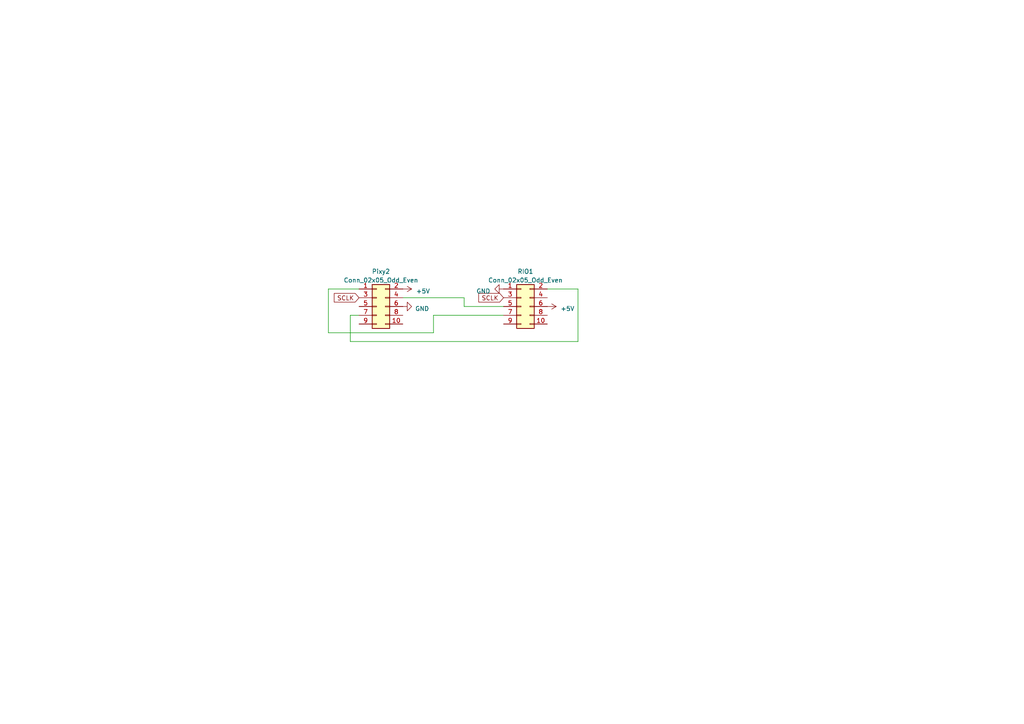
<source format=kicad_sch>
(kicad_sch (version 20230121) (generator eeschema)
  (paper "A4")
  (lib_symbols
    (symbol "Connector_Generic:Conn_02x05_Odd_Even" (pin_names (offset 1.016) hide)
      (property "Reference" "J" (at 1.27 7.62 0))
      (property "Value" "Conn_02x05_Odd_Even" (at 1.27 -7.62 0))
      (symbol "Conn_02x05_Odd_Even_1_1"
        (rectangle (start -1.27 -4.953) (end 0 -5.207) (stroke (width 0.1524)))
        (rectangle (start -1.27 -2.413) (end 0 -2.667) (stroke (width 0.1524)))
        (rectangle (start -1.27 0.127) (end 0 -0.127) (stroke (width 0.1524)))
        (rectangle (start -1.27 2.667) (end 0 2.413) (stroke (width 0.1524)))
        (rectangle (start -1.27 5.207) (end 0 4.953) (stroke (width 0.1524)))
        (rectangle (start -1.27 6.35) (end 3.81 -6.35) (stroke (width 0.254)) (fill (type background)))
        (rectangle (start 3.81 -4.953) (end 2.54 -5.207) (stroke (width 0.1524)))
        (rectangle (start 3.81 -2.413) (end 2.54 -2.667) (stroke (width 0.1524)))
        (rectangle (start 3.81 0.127) (end 2.54 -0.127) (stroke (width 0.1524)))
        (rectangle (start 3.81 2.667) (end 2.54 2.413) (stroke (width 0.1524)))
        (rectangle (start 3.81 5.207) (end 2.54 4.953) (stroke (width 0.1524)))
        (pin passive line (at -5.08 5.08 0) (length 3.81) (name "Pin_1") (number "1"))
        (pin passive line (at 7.62 -5.08 180) (length 3.81) (name "Pin_10") (number "10"))
        (pin passive line (at 7.62 5.08 180) (length 3.81) (name "Pin_2") (number "2"))
        (pin passive line (at -5.08 2.54 0) (length 3.81) (name "Pin_3") (number "3"))
        (pin passive line (at 7.62 2.54 180) (length 3.81) (name "Pin_4") (number "4"))
        (pin passive line (at -5.08 0 0) (length 3.81) (name "Pin_5") (number "5"))
        (pin passive line (at 7.62 0 180) (length 3.81) (name "Pin_6") (number "6"))
        (pin passive line (at -5.08 -2.54 0) (length 3.81) (name "Pin_7") (number "7"))
        (pin passive line (at 7.62 -2.54 180) (length 3.81) (name "Pin_8") (number "8"))
        (pin passive line (at -5.08 -5.08 0) (length 3.81) (name "Pin_9") (number "9"))
      )
    )
    (symbol "power:+5V" (power) (pin_names (offset 0))
      (property "Value" "+5V" (at 0 3.556 0))
      (symbol "+5V_0_1"
        (polyline (pts (xy -0.762 1.27) (xy 0 2.54)))
        (polyline (pts (xy 0 0) (xy 0 2.54)))
        (polyline (pts (xy 0 2.54) (xy 0.762 1.27)))
      )
      (symbol "+5V_1_1"
        (pin power_in line (at 0 0 90) (length 0) hide (name "+5V") (number "1"))
      )
    )
    (symbol "power:GND" (power) (pin_names (offset 0))
      (property "Value" "GND" (at 0 -3.81 0))
      (symbol "GND_0_1"
        (polyline (pts (xy 0 0) (xy 0 -1.27) (xy 1.27 -1.27) (xy 0 -2.54) (xy -1.27 -1.27) (xy 0 -1.27)))
      )
      (symbol "GND_1_1"
        (pin power_in line (at 0 0 270) (length 0) hide (name "GND") (number "1"))
      )
    )
  )
  (wire (pts (xy 134.62 88.9) (xy 146.05 88.9)))
  (wire (pts (xy 167.64 83.82) (xy 158.75 83.82)))
  (wire (pts (xy 146.05 91.44) (xy 125.73 91.44)))
  (wire (pts (xy 95.25 83.82) (xy 104.14 83.82)))
  (wire (pts (xy 95.25 96.52) (xy 95.25 83.82)))
  (wire (pts (xy 101.6 91.44) (xy 101.6 99.06)))
  (wire (pts (xy 134.62 86.36) (xy 134.62 88.9)))
  (wire (pts (xy 125.73 96.52) (xy 95.25 96.52)))
  (wire (pts (xy 101.6 99.06) (xy 167.64 99.06)))
  (wire (pts (xy 125.73 91.44) (xy 125.73 96.52)))
  (wire (pts (xy 167.64 99.06) (xy 167.64 83.82)))
  (wire (pts (xy 104.14 91.44) (xy 101.6 91.44)))
  (wire (pts (xy 116.84 86.36) (xy 134.62 86.36)))
  (global_label "SCLK" (shape input) (at 104.14 86.36 180) (property "Intersheetrefs" "${INTERSHEET_REFS}" (effects hide)))
  (global_label "SCLK" (shape input) (at 146.05 86.36 180) (property "Intersheetrefs" "${INTERSHEET_REFS}" (effects hide)))
  (symbol (lib_id "power:+5V") (at 158.75 88.9 270) (unit 1)
    (property "Reference" "#PWR02" (effects hide))
    (property "Value" "+5V" (at 162.56 89.535 90) (effects (justify left)))
  )
  (symbol (lib_id "power:GND") (at 146.05 83.82 270) (unit 1)
    (property "Reference" "#PWR01" (effects hide))
    (property "Value" "GND" (at 142.24 84.455 90) (effects (justify right)))
  )
  (symbol (lib_id "power:+5V") (at 116.84 83.82 270) (unit 1)
    (property "Reference" "#PWR04" (effects hide))
    (property "Value" "+5V" (at 120.65 84.455 90) (effects (justify left)))
  )
  (symbol (lib_id "Connector_Generic:Conn_02x05_Odd_Even") (at 151.13 88.9 0) (unit 1)
    (property "Reference" "RIO1" (at 152.4 78.74 0))
    (property "Value" "Conn_02x05_Odd_Even" (at 152.4 81.28 0))
    (property "Footprint" "Connector_PinSocket_2.54mm:PinSocket_2x05_P2.54mm_Vertical" (effects hide))
  )
  (symbol (lib_id "Connector_Generic:Conn_02x05_Odd_Even") (at 109.22 88.9 0) (unit 1)
    (property "Reference" "Pixy2" (at 110.49 78.74 0))
    (property "Value" "Conn_02x05_Odd_Even" (at 110.49 81.28 0))
    (property "Footprint" "Connector_IDC:IDC-Header_2x05_P2.54mm_Vertical" (effects hide))
  )
  (symbol (lib_id "power:GND") (at 116.84 88.9 90) (unit 1)
    (property "Reference" "#PWR03" (effects hide))
    (property "Value" "GND" (at 120.3826 89.535 90) (effects (justify right)))
  )
)
</source>
